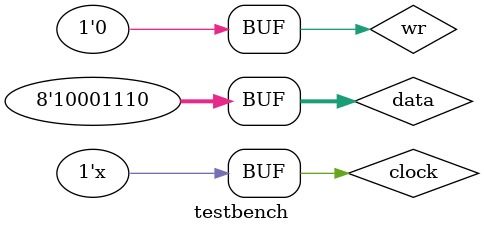
<source format=v>
module serializer(out, busy, clock, data, wr);
  output out, busy;
  input clock, wr;
  input [7:0] data;
  reg busy, out;
  reg [7:0] buffer;
  integer i;
  
  initial begin
    busy = 0;
    out = 1;
    buffer = 0;
    i = -1;
  end
  
  always @ (posedge(clock)) begin
   if ((wr && ~busy) || (~wr && busy)) begin
      busy <= 1;
      buffer <= data;
      if (i == -1) begin
       out <= 0;
       i <= i + 1;
      end
      else if (i > 7) begin
        out <= 1;
        i <= -1;
        busy <= 0;
      end
      else begin
        out <= buffer[i];
        i <= i + 1;
      end
   end
  end
  
endmodule
module testbench;
 wire busy;
 wire out;
 reg clock, wr;
 reg [7:0] data;
 
 serializer DUT(out, busy, clock, data, wr);
 
 initial begin
 clock = 0;
 wr = 1;
 data = 8'b01011010;
 #10 wr = 0;
 #100 wr = 1;
 data = 8'b11100010;
 #10 wr = 0;
 #100 wr = 1;
 data = 8'b00110011;
 #10 wr = 0;
 #100 wr = 1;
 data = 8'b10001110;
 #10 wr = 0;
 end
 
 always #5 clock = ~clock; 
endmodule
</source>
